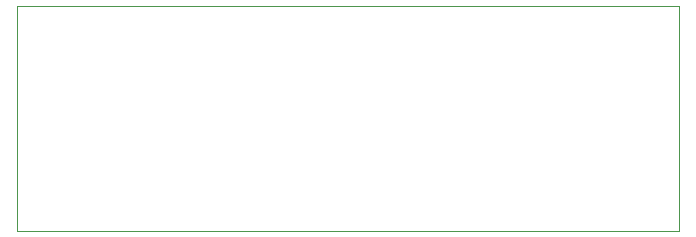
<source format=gko>
G04 Layer_Color=16711935*
%FSLAX23Y23*%
%MOIN*%
G70*
G01*
G75*
%ADD41C,0.004*%
D41*
X153Y842D02*
Y1590D01*
X2360D01*
Y842D02*
Y1590D01*
X153Y842D02*
X2360D01*
M02*

</source>
